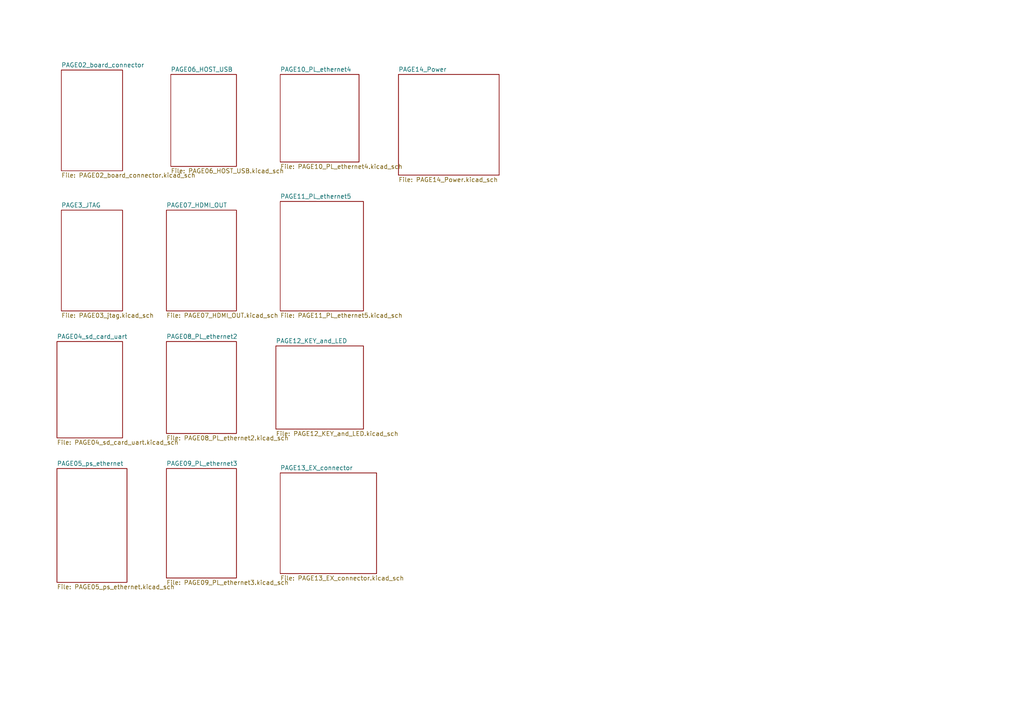
<source format=kicad_sch>
(kicad_sch
	(version 20231120)
	(generator "eeschema")
	(generator_version "8.0")
	(uuid "4398c1ab-ed2f-4db0-99f4-ca05689d10c2")
	(paper "A4")
	(lib_symbols)
	(sheet
		(at 17.78 20.32)
		(size 17.78 29.21)
		(fields_autoplaced yes)
		(stroke
			(width 0.1524)
			(type solid)
		)
		(fill
			(color 0 0 0 0.0000)
		)
		(uuid "01dda5dc-06b3-4e5b-8e41-53d3aa5697c7")
		(property "Sheetname" "PAGE02_board_connector"
			(at 17.78 19.6084 0)
			(effects
				(font
					(size 1.27 1.27)
				)
				(justify left bottom)
			)
		)
		(property "Sheetfile" "PAGE02_board_connector.kicad_sch"
			(at 17.78 50.1146 0)
			(effects
				(font
					(size 1.27 1.27)
				)
				(justify left top)
			)
		)
		(instances
			(project "FPGA-BOARDver2"
				(path "/4398c1ab-ed2f-4db0-99f4-ca05689d10c2"
					(page "2")
				)
			)
		)
	)
	(sheet
		(at 81.28 21.59)
		(size 22.86 25.4)
		(fields_autoplaced yes)
		(stroke
			(width 0.1524)
			(type solid)
		)
		(fill
			(color 0 0 0 0.0000)
		)
		(uuid "0a7a311c-0036-4af2-82b7-57e581460501")
		(property "Sheetname" "PAGE10_PL_ethernet4"
			(at 81.28 20.8784 0)
			(effects
				(font
					(size 1.27 1.27)
				)
				(justify left bottom)
			)
		)
		(property "Sheetfile" "PAGE10_PL_ethernet4.kicad_sch"
			(at 81.28 47.5746 0)
			(effects
				(font
					(size 1.27 1.27)
				)
				(justify left top)
			)
		)
		(instances
			(project "FPGA-BOARDver2"
				(path "/4398c1ab-ed2f-4db0-99f4-ca05689d10c2"
					(page "10")
				)
			)
		)
	)
	(sheet
		(at 48.26 60.96)
		(size 20.32 29.21)
		(fields_autoplaced yes)
		(stroke
			(width 0.1524)
			(type solid)
		)
		(fill
			(color 0 0 0 0.0000)
		)
		(uuid "10fb4d42-816f-4385-97b6-d7ec435fdff8")
		(property "Sheetname" "PAGE07_HDMI_OUT"
			(at 48.26 60.2484 0)
			(effects
				(font
					(size 1.27 1.27)
				)
				(justify left bottom)
			)
		)
		(property "Sheetfile" "PAGE07_HDMI_OUT.kicad_sch"
			(at 48.26 90.7546 0)
			(effects
				(font
					(size 1.27 1.27)
				)
				(justify left top)
			)
		)
		(instances
			(project "FPGA-BOARDver2"
				(path "/4398c1ab-ed2f-4db0-99f4-ca05689d10c2"
					(page "7")
				)
			)
		)
	)
	(sheet
		(at 16.51 135.89)
		(size 20.32 33.02)
		(fields_autoplaced yes)
		(stroke
			(width 0.1524)
			(type solid)
		)
		(fill
			(color 0 0 0 0.0000)
		)
		(uuid "2d3bd547-e9b3-4721-b3fc-b36ec4c83926")
		(property "Sheetname" "PAGE05_ps_ethernet"
			(at 16.51 135.1784 0)
			(effects
				(font
					(size 1.27 1.27)
				)
				(justify left bottom)
			)
		)
		(property "Sheetfile" "PAGE05_ps_ethernet.kicad_sch"
			(at 16.51 169.4946 0)
			(effects
				(font
					(size 1.27 1.27)
				)
				(justify left top)
			)
		)
		(instances
			(project "FPGA-BOARDver2"
				(path "/4398c1ab-ed2f-4db0-99f4-ca05689d10c2"
					(page "5")
				)
			)
		)
	)
	(sheet
		(at 48.26 99.06)
		(size 20.32 26.67)
		(fields_autoplaced yes)
		(stroke
			(width 0.1524)
			(type solid)
		)
		(fill
			(color 0 0 0 0.0000)
		)
		(uuid "33493f4d-2775-4f5a-83c3-fe02acbf67bf")
		(property "Sheetname" "PAGE08_PL_ethernet2"
			(at 48.26 98.3484 0)
			(effects
				(font
					(size 1.27 1.27)
				)
				(justify left bottom)
			)
		)
		(property "Sheetfile" "PAGE08_PL_ethernet2.kicad_sch"
			(at 48.26 126.3146 0)
			(effects
				(font
					(size 1.27 1.27)
				)
				(justify left top)
			)
		)
		(instances
			(project "FPGA-BOARDver2"
				(path "/4398c1ab-ed2f-4db0-99f4-ca05689d10c2"
					(page "8")
				)
			)
		)
	)
	(sheet
		(at 81.28 58.42)
		(size 24.13 31.75)
		(fields_autoplaced yes)
		(stroke
			(width 0.1524)
			(type solid)
		)
		(fill
			(color 0 0 0 0.0000)
		)
		(uuid "3c73dc03-91d1-4a01-a0e6-e990bf6cbc2e")
		(property "Sheetname" "PAGE11_PL_ethernet5"
			(at 81.28 57.7084 0)
			(effects
				(font
					(size 1.27 1.27)
				)
				(justify left bottom)
			)
		)
		(property "Sheetfile" "PAGE11_PL_ethernet5.kicad_sch"
			(at 81.28 90.7546 0)
			(effects
				(font
					(size 1.27 1.27)
				)
				(justify left top)
			)
		)
		(instances
			(project "FPGA-BOARDver2"
				(path "/4398c1ab-ed2f-4db0-99f4-ca05689d10c2"
					(page "11")
				)
			)
		)
	)
	(sheet
		(at 49.53 21.59)
		(size 19.05 26.67)
		(fields_autoplaced yes)
		(stroke
			(width 0.1524)
			(type solid)
		)
		(fill
			(color 0 0 0 0.0000)
		)
		(uuid "4a001370-9224-4fed-ae3f-19227bcb391d")
		(property "Sheetname" "PAGE06_HOST_USB"
			(at 49.53 20.8784 0)
			(effects
				(font
					(size 1.27 1.27)
				)
				(justify left bottom)
			)
		)
		(property "Sheetfile" "PAGE06_HOST_USB.kicad_sch"
			(at 49.53 48.8446 0)
			(effects
				(font
					(size 1.27 1.27)
				)
				(justify left top)
			)
		)
		(instances
			(project "FPGA-BOARDver2"
				(path "/4398c1ab-ed2f-4db0-99f4-ca05689d10c2"
					(page "6")
				)
			)
		)
	)
	(sheet
		(at 48.26 135.89)
		(size 20.32 31.75)
		(fields_autoplaced yes)
		(stroke
			(width 0.1524)
			(type solid)
		)
		(fill
			(color 0 0 0 0.0000)
		)
		(uuid "55d1205b-2367-4313-a47f-47068a6b6d6c")
		(property "Sheetname" "PAGE09_PL_ethernet3"
			(at 48.26 135.1784 0)
			(effects
				(font
					(size 1.27 1.27)
				)
				(justify left bottom)
			)
		)
		(property "Sheetfile" "PAGE09_PL_ethernet3.kicad_sch"
			(at 48.26 168.2246 0)
			(effects
				(font
					(size 1.27 1.27)
				)
				(justify left top)
			)
		)
		(instances
			(project "FPGA-BOARDver2"
				(path "/4398c1ab-ed2f-4db0-99f4-ca05689d10c2"
					(page "9")
				)
			)
		)
	)
	(sheet
		(at 17.78 60.96)
		(size 17.78 29.21)
		(fields_autoplaced yes)
		(stroke
			(width 0.1524)
			(type solid)
		)
		(fill
			(color 0 0 0 0.0000)
		)
		(uuid "572cd5a5-a623-472c-8b7c-59cbd8d0978a")
		(property "Sheetname" "PAGE3_JTAG"
			(at 17.78 60.2484 0)
			(effects
				(font
					(size 1.27 1.27)
				)
				(justify left bottom)
			)
		)
		(property "Sheetfile" "PAGE03_jtag.kicad_sch"
			(at 17.78 90.7546 0)
			(effects
				(font
					(size 1.27 1.27)
				)
				(justify left top)
			)
		)
		(instances
			(project "FPGA-BOARDver2"
				(path "/4398c1ab-ed2f-4db0-99f4-ca05689d10c2"
					(page "3")
				)
			)
		)
	)
	(sheet
		(at 16.51 99.06)
		(size 19.05 27.94)
		(fields_autoplaced yes)
		(stroke
			(width 0.1524)
			(type solid)
		)
		(fill
			(color 0 0 0 0.0000)
		)
		(uuid "9817ca4b-202c-43f5-876c-c9465c2a2cb5")
		(property "Sheetname" "PAGE04_sd_card_uart"
			(at 16.51 98.3484 0)
			(effects
				(font
					(size 1.27 1.27)
				)
				(justify left bottom)
			)
		)
		(property "Sheetfile" "PAGE04_sd_card_uart.kicad_sch"
			(at 16.51 127.5846 0)
			(effects
				(font
					(size 1.27 1.27)
				)
				(justify left top)
			)
		)
		(instances
			(project "FPGA-BOARDver2"
				(path "/4398c1ab-ed2f-4db0-99f4-ca05689d10c2"
					(page "4")
				)
			)
		)
	)
	(sheet
		(at 115.57 21.59)
		(size 29.21 29.21)
		(fields_autoplaced yes)
		(stroke
			(width 0.1524)
			(type solid)
		)
		(fill
			(color 0 0 0 0.0000)
		)
		(uuid "9f26a33f-413a-4a79-887c-e4da5afde2fa")
		(property "Sheetname" "PAGE14_Power"
			(at 115.57 20.8784 0)
			(effects
				(font
					(size 1.27 1.27)
				)
				(justify left bottom)
			)
		)
		(property "Sheetfile" "PAGE14_Power.kicad_sch"
			(at 115.57 51.3846 0)
			(effects
				(font
					(size 1.27 1.27)
				)
				(justify left top)
			)
		)
		(instances
			(project "FPGA-BOARDver2"
				(path "/4398c1ab-ed2f-4db0-99f4-ca05689d10c2"
					(page "14")
				)
			)
		)
	)
	(sheet
		(at 80.01 100.33)
		(size 25.4 24.13)
		(fields_autoplaced yes)
		(stroke
			(width 0.1524)
			(type solid)
		)
		(fill
			(color 0 0 0 0.0000)
		)
		(uuid "daab1d82-fa91-4ce7-91d0-934dd8b9e222")
		(property "Sheetname" "PAGE12_KEY_and_LED"
			(at 80.01 99.6184 0)
			(effects
				(font
					(size 1.27 1.27)
				)
				(justify left bottom)
			)
		)
		(property "Sheetfile" "PAGE12_KEY_and_LED.kicad_sch"
			(at 80.01 125.0446 0)
			(effects
				(font
					(size 1.27 1.27)
				)
				(justify left top)
			)
		)
		(instances
			(project "FPGA-BOARDver2"
				(path "/4398c1ab-ed2f-4db0-99f4-ca05689d10c2"
					(page "12")
				)
			)
		)
	)
	(sheet
		(at 81.28 137.16)
		(size 27.94 29.21)
		(fields_autoplaced yes)
		(stroke
			(width 0.1524)
			(type solid)
		)
		(fill
			(color 0 0 0 0.0000)
		)
		(uuid "f40821af-e80f-4ec5-8f81-56e4802375a2")
		(property "Sheetname" "PAGE13_EX_connector"
			(at 81.28 136.4484 0)
			(effects
				(font
					(size 1.27 1.27)
				)
				(justify left bottom)
			)
		)
		(property "Sheetfile" "PAGE13_EX_connector.kicad_sch"
			(at 81.28 166.9546 0)
			(effects
				(font
					(size 1.27 1.27)
				)
				(justify left top)
			)
		)
		(instances
			(project "FPGA-BOARDver2"
				(path "/4398c1ab-ed2f-4db0-99f4-ca05689d10c2"
					(page "13")
				)
			)
		)
	)
	(sheet_instances
		(path "/"
			(page "1")
		)
	)
)

</source>
